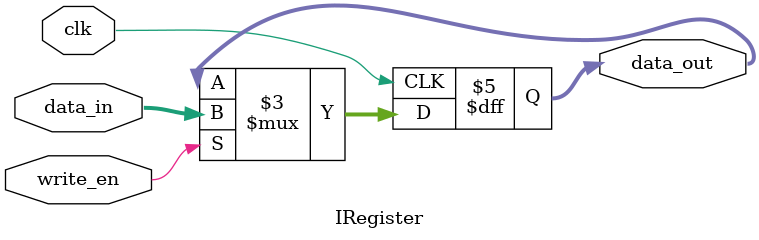
<source format=v>
module IRegister(clk,data_in,data_out,write_en
    );
input clk,write_en;
input [7:0] data_in;
output [7:0] data_out;
reg [7:0] data_out=0;

	always @(posedge clk)
		begin
			if (write_en)
				data_out <= data_in;
		end

endmodule

</source>
